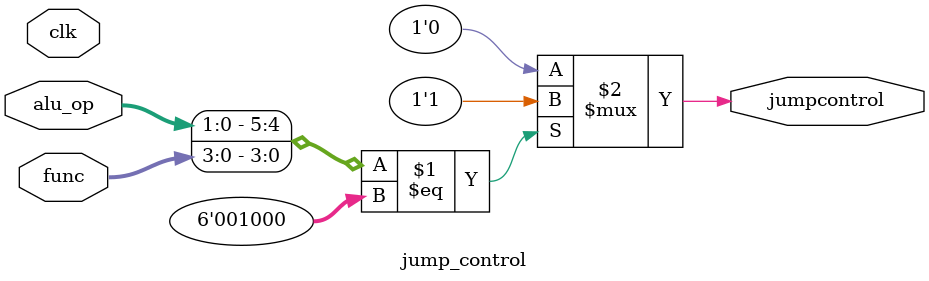
<source format=v>
module jump_control(clk,alu_op,func,jumpcontrol);

input clk;
input[1:0] alu_op;
input[3:0] func;

output jumpcontrol;

assign jumpcontrol = ({alu_op,func} == 6'b001000) ? 1'b1 : 1'b0;
/*if({alu_op,func}==6'b001000)
begin
  assign jumpcontrol = 1;
end
else
begin
  assign jumpcontrol = 0;
end
*/
endmodule

</source>
